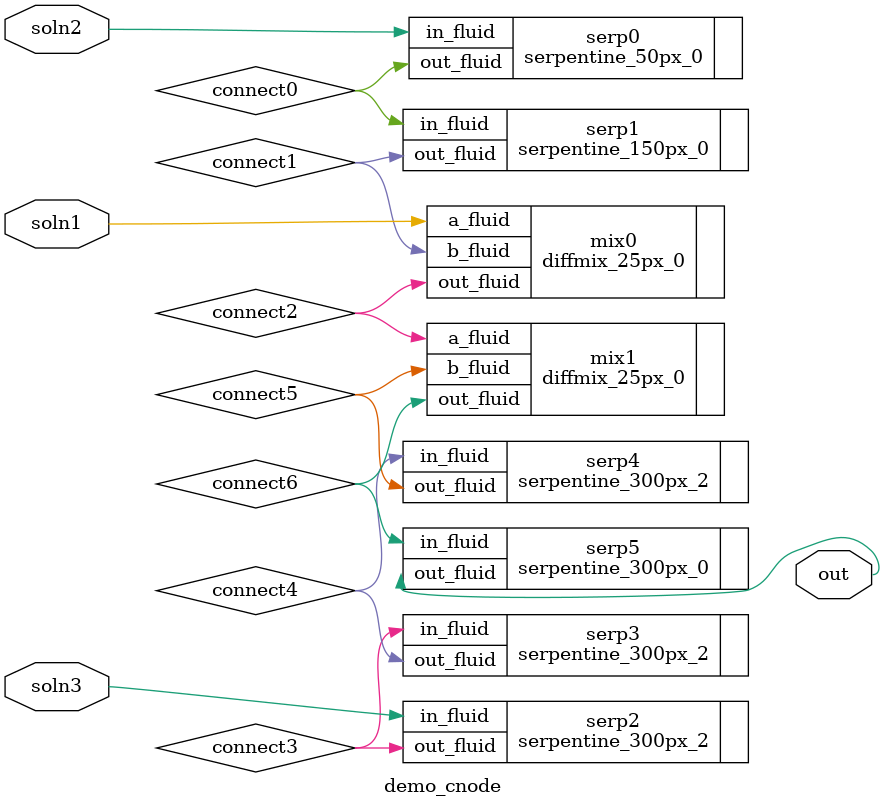
<source format=v>
module demo_cnode (
    soln1,
    soln2,
    soln3,
    out
);

input   soln1, soln2, soln3;
output  out;


wire    connect0,  connect1,  connect2,  connect3,  connect4,  connect5,  connect6;


// Specification
serpentine_50px_0   serp0   (.in_fluid(soln2), .out_fluid(connect0));
serpentine_150px_0  serp1   (.in_fluid(connect0), .out_fluid(connect1));

diffmix_25px_0      mix0    (.a_fluid(soln1), .b_fluid(connect1), .out_fluid(connect2));

serpentine_300px_2  serp2   (.in_fluid(soln3), .out_fluid(connect3));
serpentine_300px_2  serp3   (.in_fluid(connect3), .out_fluid(connect4));
serpentine_300px_2  serp4   (.in_fluid(connect4), .out_fluid(connect5));

diffmix_25px_0      mix1    (.a_fluid(connect2), .b_fluid(connect5), .out_fluid(connect6));

serpentine_300px_0  serp5  (.in_fluid(connect6), .out_fluid(out));


endmodule

</source>
